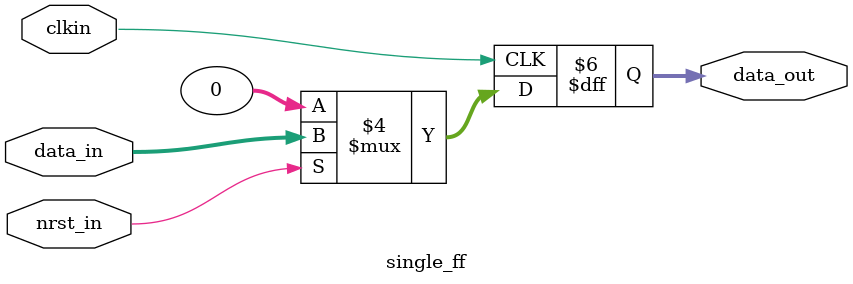
<source format=v>
`timescale 1ns/10ps

module single_ff #(parameter WIDTH=32, parameter NRST_VAL = 0)
(
    input clkin,
    input nrst_in,
    input [WIDTH-1:0] data_in,
    output reg [WIDTH-1:0] data_out
);

always @(posedge clkin)
begin
    if (~nrst_in)
        data_out <= NRST_VAL;
    else
        data_out <= data_in;
end

endmodule

</source>
